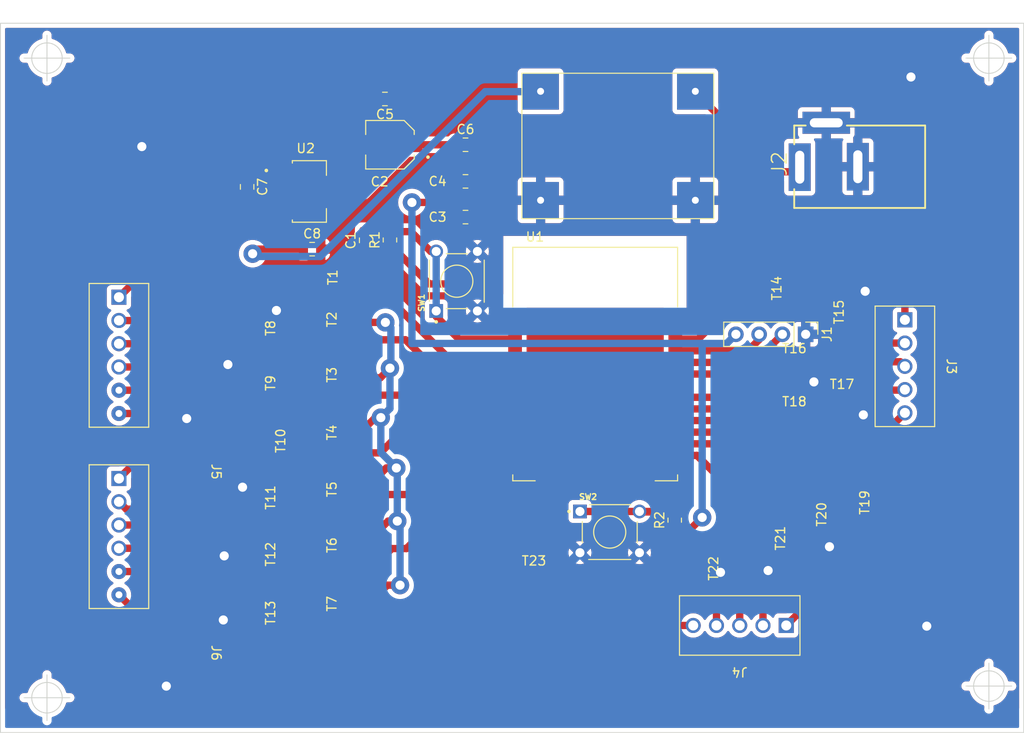
<source format=kicad_pcb>
(kicad_pcb (version 20211014) (generator pcbnew)
  (layers (0 "F.Cu" signal) (31 "B.Cu" signal) (34 "B.Paste" user) (35 "F.Paste" user) (36 "B.SilkS" user "B.Silkscreen") (37 "F.SilkS" user "F.Silkscreen") (38 "B.Mask" user) (39 "F.Mask" user) (44 "Edge.Cuts" user))
  (net 0 "")
  (net 1 "GND")
  (net 2 "r1")
  (net 3 "r2")
  (net 4 "r3")
  (net 5 "r4")
  (net 6 "r5")
  (net 7 "o1g")
  (net 8 "o1r")
  (net 9 "o2g")
  (net 10 "o2r")
  (net 11 "o3g")
  (net 12 "o3r")
  (net 13 "g1")
  (net 14 "g2")
  (net 15 "g3")
  (net 16 "g4")
  (net 17 "Net-(T1-Pad3)")
  (net 18 "Net-(T1-Pad1)")
  (net 19 "Net-(T2-Pad1)")
  (net 20 "Net-(T3-Pad1)")
  (net 21 "Net-(T10-Pad1)")
  (net 22 "Net-(T11-Pad1)")
  (net 23 "Net-(T12-Pad1)")
  (net 24 "Net-(T13-Pad1)")
  (net 25 "Net-(T14-Pad1)")
  (net 26 "Net-(T15-Pad1)")
  (net 27 "Net-(T16-Pad1)")
  (net 28 "Net-(T17-Pad1)")
  (net 29 "Net-(T18-Pad1)")
  (net 30 "Net-(T19-Pad1)")
  (net 31 "Net-(T20-Pad1)")
  (net 32 "Net-(T21-Pad1)")
  (net 33 "Net-(T22-Pad1)")
  (net 34 "Net-(T23-Pad1)")
  (net 48 "+3V3")
  (net 49 "Net-(J1-Pad2)")
  (net 50 "Net-(J1-Pad3)")
  (net 51 "Net-(C7-Pad2)")
  (net 52 "Net-(PS1-Pad1b)")
  (net 53 "o4g")
  (net 54 "o5g")
  (net 55 "o6g")
  (net 56 "o4r")
  (net 57 "o5r")
  (net 58 "o6r")
  (net 59 "g5")
  (net 60 "Net-(C1-Pad2)")
  (net 61 "Net-(R2-Pad2)")
  (footprint "libraries:CAP_EEE0JA101WR" (layer "F.Cu") (at 128.9 75.5 180)
    (fp_text reference "C2")
    (fp_text value "220u")
  )
  (footprint "libraries:SOT23" (layer "F.Cu") (at 171.8 100.3)
    (fp_text reference "T16")
    (fp_text value "r3")
  )
  (footprint "libraries:GCT_DCJ200-10-A-XX-X_REVA" (layer "F.Cu") (at 180.2 77.9 90)
    (fp_text reference "J2")
    (fp_text value "DCJ200-10-A-XX-X_REVA" hide)
  )
  (footprint "Resistor_SMD:R_0805_2012Metric" (layer "F.Cu") (at 128.9 85.9 90)
    (fp_text reference "R1")
    (fp_text value "10k")
  )
  (footprint "libraries:TE_1546215-5" (layer "F.Cu") (at 167.1 128 180)
    (fp_text reference "J4")
    (fp_text value "Groen")
  )
  (footprint "libraries:TE_1546215-5" (layer "F.Cu") (at 185.1375 99.7 -90)
    (fp_text reference "J3")
    (fp_text value "Rood")
  )
  (footprint "libraries:SOT23" (layer "F.Cu") (at 173.5 114.6 -90)
    (fp_text reference "T20")
    (fp_text value "g2")
  )
  (footprint "libraries:SOT23" (layer "F.Cu") (at 125.1 108.2 90)
    (fp_text reference "T4")
    (fp_text value "o3g")
  )
  (footprint "libraries:SOT23" (layer "F.Cu") (at 178.2 113.3 -90)
    (fp_text reference "T19")
    (fp_text value "g1")
  )
  (footprint "libraries:SW_1825910-6-4" (layer "F.Cu") (at 152.9 117.8)
    (fp_text reference "SW2")
    (fp_text value "BOOT")
  )
  (footprint "Capacitor_SMD:C_0805_2012Metric" (layer "F.Cu") (at 137.15 75.5)
    (fp_text reference "C6")
    (fp_text value "4.7u")
  )
  (footprint "libraries:SOT23" (layer "F.Cu") (at 169 117.2 -90)
    (fp_text reference "T21")
    (fp_text value "g3")
  )
  (footprint "libraries:SOT23" (layer "F.Cu") (at 119.5 109.1 90)
    (fp_text reference "T10")
    (fp_text value "o3r")
  )
  (footprint "libraries:SOT23" (layer "F.Cu") (at 168.6 89.9 -90)
    (fp_text reference "T14")
    (fp_text value "r1")
  )
  (footprint "libraries:SOT23" (layer "F.Cu") (at 125.1 95.85 90)
    (fp_text reference "T2")
    (fp_text value "o1g")
  )
  (footprint "libraries:SOT23" (layer "F.Cu") (at 118.4 96.8 90)
    (fp_text reference "T8")
    (fp_text value "o1r")
  )
  (footprint "libraries:SOT23" (layer "F.Cu") (at 125.2 91.25 90)
    (fp_text reference "T1")
    (fp_text value "signaal oranje")
  )
  (footprint "libraries:SOT23" (layer "F.Cu") (at 125.1 101.9 90)
    (fp_text reference "T3")
    (fp_text value "o2g")
  )
  (footprint "Capacitor_SMD:C_0805_2012Metric" (layer "F.Cu") (at 113.3 80.1 -90)
    (fp_text reference "C7")
    (fp_text value "0.1u")
  )
  (footprint "libraries:Buck Converter" (layer "F.Cu") (at 153.7 75.6)
    (fp_text reference "PS1" hide)
    (fp_text value "ITX0512SA" hide)
  )
  (footprint "libraries:XCVR_ESP32-WROOM-32E_(16MB)" (layer "F.Cu") (at 151.3125 99.45)
    (fp_text reference "U1")
    (fp_text value "ESP32-WROOM-32E_(16MB)")
  )
  (footprint "libraries:SOT23" (layer "F.Cu") (at 145.9 118.4 180)
    (fp_text reference "T23")
    (fp_text value "g5")
  )
  (footprint "Capacitor_SMD:C_0805_2012Metric" (layer "F.Cu") (at 137.15 83.4)
    (fp_text reference "C3")
    (fp_text value "22u")
  )
  (footprint "libraries:SOT23" (layer "F.Cu") (at 118.4 127.9 90)
    (fp_text reference "T13")
    (fp_text value "06r")
  )
  (footprint "Capacitor_SMD:C_0805_2012Metric" (layer "F.Cu") (at 126.3 85.9375 90)
    (fp_text reference "C1")
    (fp_text value "1u")
  )
  (footprint "Capacitor_SMD:C_0805_2012Metric" (layer "F.Cu") (at 137.15 79.5)
    (fp_text reference "C4")
    (fp_text value "0.1u")
  )
  (footprint "Connector_PinHeader_2.54mm:PinHeader_1x04_P2.54mm_Vertical" (layer "F.Cu") (at 174.3 96.2 -90)
    (fp_text reference "J1")
    (fp_text value "Conn_01x04_Female")
  )
  (footprint "libraries:SOT23" (layer "F.Cu") (at 125.1 114.4 90)
    (fp_text reference "T5")
    (fp_text value "o4g")
  )
  (footprint "libraries:SOT23" (layer "F.Cu") (at 175.4 92.5 -90)
    (fp_text reference "T15")
    (fp_text value "r2")
  )
  (footprint "libraries:SW_1825910-6-4" (layer "F.Cu") (at 136.2 90.4 90)
    (fp_text reference "SW1")
    (fp_text value "ENABLE")
  )
  (footprint "libraries:SOT23" (layer "F.Cu") (at 125.1 120.5 90)
    (fp_text reference "T6")
    (fp_text value "o5g")
  )
  (footprint "libraries:SOT23" (layer "F.Cu") (at 118.4 115.3 90)
    (fp_text reference "T11")
    (fp_text value "o4r")
  )
  (footprint "libraries:SOT23" (layer "F.Cu") (at 125.1 126.9 90)
    (fp_text reference "T7")
    (fp_text value "06g")
  )
  (footprint "Resistor_SMD:R_0805_2012Metric" (layer "F.Cu") (at 160 116.5 90)
    (fp_text reference "R2")
    (fp_text value "10k")
  )
  (footprint "libraries:SOT229P700X180-4N" (layer "F.Cu") (at 120.1 80.6)
    (fp_text reference "U2")
    (fp_text value "AMS1117")
  )
  (footprint "libraries:SOT23" (layer "F.Cu") (at 171.8 106.1)
    (fp_text reference "T18")
    (fp_text value "r5")
  )
  (footprint "libraries:TE_1546215-6" (layer "F.Cu") (at 99.3 118.3 -90)
    (fp_text reference "J6")
    (fp_text value "Oranje2")
  )
  (footprint "libraries:SOT23" (layer "F.Cu") (at 118.4 102.8 90)
    (fp_text reference "T9")
    (fp_text value "o2r")
  )
  (footprint "libraries:SOT23" (layer "F.Cu") (at 161.7 120.5 -90)
    (fp_text reference "T22")
    (fp_text value "g4")
  )
  (footprint "libraries:SOT23" (layer "F.Cu") (at 118.4 121.5 90)
    (fp_text reference "T12")
    (fp_text value "o5r")
  )
  (footprint "libraries:TE_1546215-6" (layer "F.Cu") (at 99.3 98.5 -90)
    (fp_text reference "J5")
    (fp_text value "Oranje1")
  )
  (footprint "Capacitor_SMD:C_0805_2012Metric" (layer "F.Cu") (at 120.4 86.9)
    (fp_text reference "C8")
    (fp_text value "4.7u")
  )
  (footprint "libraries:SOT23" (layer "F.Cu") (at 177 104.2)
    (fp_text reference "T17")
    (fp_text value "r4")
  )
  (footprint "Capacitor_SMD:C_0805_2012Metric" (layer "F.Cu") (at 128.35 70.5 180)
    (fp_text reference "C5")
    (fp_text value "0.1u")
  )
  (gr_rect (start 86.36 62.23) (end 198.12 139.7) (layer "Edge.Cuts") (width 0.1) (fill none))
  (target plus (at 91.44 135.89) (size 5) (width 0.1) (layer "Edge.Cuts"))
  (target plus (at 194.31 134.62) (size 5) (width 0.1) (layer "Edge.Cuts"))
  (target plus (at 91.44 66.04) (size 5) (width 0.1) (layer "Edge.Cuts"))
  (target plus (at 194.31 66.04) (size 5) (width 0.1) (layer "Edge.Cuts"))
  (segment (start 121.3625 86.8875) (end 121.35 86.9) (width 0.8) (layer "F.Cu") (net 1))
  (segment (start 174.3 93.45) (end 174.3 96.2) (width 0.8) (layer "F.Cu") (net 1))
  (via (at 112.8 112.9) (size 2) (drill 1) (layers "F.Cu" "B.Cu") (net 1))
  (via (at 111.2 99.5) (size 2) (drill 1) (layers "F.Cu" "B.Cu") (net 1))
  (via (at 185.8 68.1) (size 2) (drill 1) (layers "F.Cu" "B.Cu") (net 1))
  (via (at 165 122.2) (size 2) (drill 1) (layers "F.Cu" "B.Cu") (net 1))
  (via (at 110.7 127.4) (size 2) (drill 1) (layers "F.Cu" "B.Cu") (net 1))
  (via (at 180.8 91.5) (size 2) (drill 1) (layers "F.Cu" "B.Cu") (net 1))
  (via (at 106.7 105.4) (size 2) (drill 1) (layers "F.Cu" "B.Cu") (net 1))
  (via (at 110.8 120.4) (size 2) (drill 1) (layers "F.Cu" "B.Cu") (net 1))
  (via (at 101.8 75.7) (size 2) (drill 1) (layers "F.Cu" "B.Cu") (net 1))
  (via (at 104.475 134.625) (size 2) (drill 1) (layers "F.Cu" "B.Cu") (net 1))
  (via (at 175.2 101.4) (size 2) (drill 1) (layers "F.Cu" "B.Cu") (net 1))
  (via (at 180.6 105) (size 2) (drill 1) (layers "F.Cu" "B.Cu") (net 1))
  (via (at 116.5 93.6) (size 2) (drill 1) (layers "F.Cu" "B.Cu") (net 1))
  (via (at 176.9 119.4) (size 2) (drill 1) (layers "F.Cu" "B.Cu") (net 1))
  (via (at 187.525 128.075) (size 2) (drill 1) (layers "F.Cu" "B.Cu") (net 1))
  (via (at 170.2 122) (size 2) (drill 1) (layers "F.Cu" "B.Cu") (net 1))
  (segment (start 184.0975 88.5) (end 185.1375 89.54) (width 0.8) (layer "F.Cu") (net 2))
  (segment (start 171.1 88.5) (end 184.0975 88.5) (width 0.8) (layer "F.Cu") (net 2))
  (segment (start 169.7 89.9) (end 171.1 88.5) (width 0.8) (layer "F.Cu") (net 2))
  (segment (start 185.1375 94.62) (end 185.1375 89.54) (width 0.8) (layer "F.Cu") (net 2))
  (segment (start 177.6 92.5) (end 182.26 97.16) (width 0.8) (layer "F.Cu") (net 3))
  (segment (start 176.5 92.5) (end 177.6 92.5) (width 0.8) (layer "F.Cu") (net 3))
  (segment (start 182.26 97.16) (end 185.1375 97.16) (width 0.8) (layer "F.Cu") (net 3))
  (segment (start 184.6375 99.2) (end 185.1375 99.7) (width 0.8) (layer "F.Cu") (net 4))
  (segment (start 171.8 99.2) (end 184.6375 99.2) (width 0.8) (layer "F.Cu") (net 4))
  (segment (start 185.0775 102.3) (end 185.1375 102.24) (width 0.8) (layer "F.Cu") (net 5))
  (segment (start 177.8 102.3) (end 185.0775 102.3) (width 0.8) (layer "F.Cu") (net 5))
  (segment (start 177 103.1) (end 177.8 102.3) (width 0.8) (layer "F.Cu") (net 5))
  (segment (start 171.9 104.9) (end 172.8 104.9) (width 0.8) (layer "F.Cu") (net 6))
  (segment (start 182.0175 107.9) (end 185.1375 104.78) (width 0.8) (layer "F.Cu") (net 6))
  (segment (start 175.8 107.9) (end 182.0175 107.9) (width 0.8) (layer "F.Cu") (net 6))
  (segment (start 171.8 105) (end 171.9 104.9) (width 0.8) (layer "F.Cu") (net 6))
  (segment (start 172.8 104.9) (end 175.8 107.9) (width 0.8) (layer "F.Cu") (net 6))
  (segment (start 122.65 95.85) (end 117.800481 91.000481) (width 0.8) (layer "F.Cu") (net 7))
  (segment (start 117.800481 91.000481) (end 100.449519 91.000481) (width 0.8) (layer "F.Cu") (net 7))
  (segment (start 124 95.85) (end 122.65 95.85) (width 0.8) (layer "F.Cu") (net 7))
  (segment (start 100.449519 91.000481) (end 99.3 92.15) (width 0.8) (layer "F.Cu") (net 7))
  (segment (start 99.31 94.7) (end 99.3 94.69) (width 0.8) (layer "F.Cu") (net 8))
  (segment (start 116.4 96.8) (end 114.3 94.7) (width 0.8) (layer "F.Cu") (net 8))
  (segment (start 114.3 94.7) (end 99.31 94.7) (width 0.8) (layer "F.Cu") (net 8))
  (segment (start 117.3 96.8) (end 116.4 96.8) (width 0.8) (layer "F.Cu") (net 8))
  (segment (start 115.6 99.3) (end 113.53 97.23) (width 0.8) (layer "F.Cu") (net 9))
  (segment (start 124 101.9) (end 121.4 99.3) (width 0.8) (layer "F.Cu") (net 9))
  (segment (start 113.53 97.23) (end 99.3 97.23) (width 0.8) (layer "F.Cu") (net 9))
  (segment (start 121.4 99.3) (end 115.6 99.3) (width 0.8) (layer "F.Cu") (net 9))
  (segment (start 107.67 99.77) (end 99.3 99.77) (width 0.8) (layer "F.Cu") (net 10))
  (segment (start 117.3 102.8) (end 117.1 103) (width 0.8) (layer "F.Cu") (net 10))
  (segment (start 116.3 101.8) (end 109.7 101.8) (width 0.8) (layer "F.Cu") (net 10))
  (segment (start 117.3 102.8) (end 116.3 101.8) (width 0.8) (layer "F.Cu") (net 10))
  (segment (start 109.7 101.8) (end 107.67 99.77) (width 0.8) (layer "F.Cu") (net 10))
  (segment (start 107.01 102.31) (end 99.3 102.31) (width 0.8) (layer "F.Cu") (net 11))
  (segment (start 121.7 105.9) (end 110.6 105.9) (width 0.8) (layer "F.Cu") (net 11))
  (segment (start 110.6 105.9) (end 107.01 102.31) (width 0.8) (layer "F.Cu") (net 11))
  (segment (start 124 108.2) (end 121.7 105.9) (width 0.8) (layer "F.Cu") (net 11))
  (segment (start 106.4 108.6) (end 102.65 104.85) (width 0.8) (layer "F.Cu") (net 12))
  (segment (start 117.9 108.6) (end 106.4 108.6) (width 0.8) (layer "F.Cu") (net 12))
  (segment (start 102.65 104.85) (end 99.3 104.85) (width 0.8) (layer "F.Cu") (net 12))
  (segment (start 118.4 109.1) (end 117.9 108.6) (width 0.8) (layer "F.Cu") (net 12))
  (segment (start 179.3 120.88) (end 172.18 128) (width 0.8) (layer "F.Cu") (net 13))
  (segment (start 179.3 113.3) (end 179.3 120.88) (width 0.8) (layer "F.Cu") (net 13))
  (segment (start 169.64 125.76) (end 169.64 128) (width 0.8) (layer "F.Cu") (net 14))
  (segment (start 174.6 114.6) (end 174.6 120.8) (width 0.8) (layer "F.Cu") (net 14))
  (segment (start 174.6 120.8) (end 169.64 125.76) (width 0.8) (layer "F.Cu") (net 14))
  (segment (start 170.1 117.2) (end 170.1 118.7) (width 0.8) (layer "F.Cu") (net 15))
  (segment (start 167.1 121.7) (end 167.1 128) (width 0.8) (layer "F.Cu") (net 15))
  (segment (start 170.1 118.7) (end 167.1 121.7) (width 0.8) (layer "F.Cu") (net 15))
  (segment (start 162.8 123.5) (end 164.56 125.26) (width 0.8) (layer "F.Cu") (net 16))
  (segment (start 162.8 120.5) (end 162.8 123.5) (width 0.8) (layer "F.Cu") (net 16))
  (segment (start 164.56 125.26) (end 164.56 128) (width 0.8) (layer "F.Cu") (net 16))
  (segment (start 128.5 110.8) (end 129.6 110.8) (width 0.8) (layer "F.Cu") (net 17))
  (segment (start 124.1 92.8) (end 126.2 94.9) (width 0.8) (layer "F.Cu") (net 17))
  (segment (start 128.4 94.9) (end 126.2 94.9) (width 0.8) (layer "F.Cu") (net 17))
  (segment (start 126.2 113.45) (end 126.2 113.1) (width 0.8) (layer "F.Cu") (net 17))
  (segment (start 126.2 113.1) (end 128.5 110.8) (width 0.8) (layer "F.Cu") (net 17))
  (segment (start 124.1 91.25) (end 124.1 92.8) (width 0.8) (layer "F.Cu") (net 17))
  (segment (start 127.85 100.95) (end 128.9 99.9) (width 0.8) (layer "F.Cu") (net 17))
  (segment (start 126.2 119.1) (end 128.7 116.6) (width 0.8) (layer "F.Cu") (net 17))
  (segment (start 127.3 105.3) (end 126.2 106.4) (width 0.8) (layer "F.Cu") (net 17))
  (segment (start 127.9 105.3) (end 127.3 105.3) (width 0.8) (layer "F.Cu") (net 17))
  (segment (start 128.6 123.6) (end 130 123.6) (width 0.8) (layer "F.Cu") (net 17))
  (segment (start 126.2 119.55) (end 126.2 119.1) (width 0.8) (layer "F.Cu") (net 17))
  (segment (start 128.7 116.6) (end 129.7 116.6) (width 0.8) (layer "F.Cu") (net 17))
  (segment (start 126.25 125.95) (end 128.6 123.6) (width 0.8) (layer "F.Cu") (net 17))
  (segment (start 126.2 106.4) (end 126.2 107.25) (width 0.8) (layer "F.Cu") (net 17))
  (segment (start 126.2 100.95) (end 127.85 100.95) (width 0.8) (layer "F.Cu") (net 17))
  (segment (start 126.2 125.95) (end 126.25 125.95) (width 0.8) (layer "F.Cu") (net 17))
  (via (at 130 123.6) (size 2) (drill 1) (layers "F.Cu" "B.Cu") (net 17))
  (via (at 128.4 94.9) (size 2) (drill 1) (layers "F.Cu" "B.Cu") (net 17))
  (via (at 127.9 105.3) (size 2) (drill 1) (layers "F.Cu" "B.Cu") (net 17))
  (via (at 129.6 110.8) (size 2) (drill 1) (layers "F.Cu" "B.Cu") (net 17))
  (via (at 129.7 116.6) (size 2) (drill 1) (layers "F.Cu" "B.Cu") (net 17))
  (via (at 128.9 99.9) (size 2) (drill 1) (layers "F.Cu" "B.Cu") (net 17))
  (segment (start 129.7 110.9) (end 129.6 110.8) (width 0.8) (layer "B.Cu") (net 17))
  (segment (start 129 99.8) (end 128.9 99.9) (width 0.8) (layer "B.Cu") (net 17))
  (segment (start 128.4 94.9) (end 129 95.5) (width 0.8) (layer "B.Cu") (net 17))
  (segment (start 130 116.9) (end 129.7 116.6) (width 0.8) (layer "B.Cu") (net 17))
  (segment (start 129 95.5) (end 129 99.8) (width 0.8) (layer "B.Cu") (net 17))
  (segment (start 129.7 116.6) (end 129.7 110.9) (width 0.8) (layer "B.Cu") (net 17))
  (segment (start 128.9 99.9) (end 128.9 104.3) (width 0.8) (layer "B.Cu") (net 17))
  (segment (start 128.9 104.3) (end 127.9 105.3) (width 0.8) (layer "B.Cu") (net 17))
  (segment (start 127.9 109.1) (end 129.6 110.8) (width 0.8) (layer "B.Cu") (net 17))
  (segment (start 127.9 105.3) (end 127.9 109.1) (width 0.8) (layer "B.Cu") (net 17))
  (segment (start 130 123.6) (end 130 116.9) (width 0.8) (layer "B.Cu") (net 17))
  (segment (start 139.58 103.08) (end 142.5625 103.08) (width 0.8) (layer "F.Cu") (net 18))
  (segment (start 126.3 92.2) (end 128.7 92.2) (width 0.8) (layer "F.Cu") (net 18))
  (segment (start 128.7 92.2) (end 139.58 103.08) (width 0.8) (layer "F.Cu") (net 18))
  (segment (start 126.2 96.8) (end 130.6 96.8) (width 0.8) (layer "F.Cu") (net 19))
  (segment (start 119.5 97.75) (end 125.25 97.75) (width 0.8) (layer "F.Cu") (net 19))
  (segment (start 125.25 97.75) (end 126.2 96.8) (width 0.8) (layer "F.Cu") (net 19))
  (segment (start 130.6 96.8) (end 138.15 104.35) (width 0.8) (layer "F.Cu") (net 19))
  (segment (start 138.15 104.35) (end 142.5625 104.35) (width 0.8) (layer "F.Cu") (net 19))
  (segment (start 132.65 102.85) (end 135.42 105.62) (width 0.8) (layer "F.Cu") (net 20))
  (segment (start 125.3 103.75) (end 126.2 102.85) (width 0.8) (layer "F.Cu") (net 20))
  (segment (start 119.5 103.75) (end 125.3 103.75) (width 0.8) (layer "F.Cu") (net 20))
  (segment (start 126.2 102.85) (end 132.65 102.85) (width 0.8) (layer "F.Cu") (net 20))
  (segment (start 135.42 105.62) (end 142.5625 105.62) (width 0.8) (layer "F.Cu") (net 20))
  (segment (start 130.11 106.89) (end 142.5625 106.89) (width 0.8) (layer "F.Cu") (net 21))
  (segment (start 127.85 109.15) (end 130.11 106.89) (width 0.8) (layer "F.Cu") (net 21))
  (segment (start 126.2 109.15) (end 125.3 110.05) (width 0.8) (layer "F.Cu") (net 21))
  (segment (start 125.3 110.05) (end 120.6 110.05) (width 0.8) (layer "F.Cu") (net 21))
  (segment (start 126.2 109.15) (end 127.85 109.15) (width 0.8) (layer "F.Cu") (net 21))
  (segment (start 128.6 113.7) (end 131.2 113.7) (width 0.8) (layer "F.Cu") (net 22))
  (segment (start 136.74 108.16) (end 142.5625 108.16) (width 0.8) (layer "F.Cu") (net 22))
  (segment (start 125.3 116.25) (end 126.2 115.35) (width 0.8) (layer "F.Cu") (net 22))
  (segment (start 119.5 116.25) (end 125.3 116.25) (width 0.8) (layer "F.Cu") (net 22))
  (segment (start 131.2 113.7) (end 136.74 108.16) (width 0.8) (layer "F.Cu") (net 22))
  (segment (start 126.2 115.35) (end 126.95 115.35) (width 0.8) (layer "F.Cu") (net 22))
  (segment (start 126.95 115.35) (end 128.6 113.7) (width 0.8) (layer "F.Cu") (net 22))
  (segment (start 130.7 119.6) (end 140.87 109.43) (width 0.8) (layer "F.Cu") (net 23))
  (segment (start 127.25 121.45) (end 129.1 119.6) (width 0.8) (layer "F.Cu") (net 23))
  (segment (start 119.5 122.45) (end 125.2 122.45) (width 0.8) (layer "F.Cu") (net 23))
  (segment (start 129.1 119.6) (end 130.7 119.6) (width 0.8) (layer "F.Cu") (net 23))
  (segment (start 140.87 109.43) (end 142.5625 109.43) (width 0.8) (layer "F.Cu") (net 23))
  (segment (start 125.2 122.45) (end 126.2 121.45) (width 0.8) (layer "F.Cu") (net 23))
  (segment (start 126.2 121.45) (end 127.25 121.45) (width 0.8) (layer "F.Cu") (net 23))
  (segment (start 140 117.6) (end 140 113.2625) (width 0.8) (layer "F.Cu") (net 24))
  (segment (start 129.75 127.85) (end 140 117.6) (width 0.8) (layer "F.Cu") (net 24))
  (segment (start 119.5 128.85) (end 125.2 128.85) (width 0.8) (layer "F.Cu") (net 24))
  (segment (start 125.2 128.85) (end 126.2 127.85) (width 0.8) (layer "F.Cu") (net 24))
  (segment (start 126.2 127.85) (end 129.75 127.85) (width 0.8) (layer "F.Cu") (net 24))
  (segment (start 140 113.2625) (end 142.5625 110.7) (width 0.8) (layer "F.Cu") (net 24))
  (segment (start 163.8 92.851522) (end 163.8 89.5) (width 0.8) (layer "F.Cu") (net 25))
  (segment (start 160.0625 95.46) (end 161.191522 95.46) (width 0.8) (layer "F.Cu") (net 25))
  (segment (start 163.8 89.5) (end 164.35 88.95) (width 0.8) (layer "F.Cu") (net 25))
  (segment (start 161.191522 95.46) (end 163.8 92.851522) (width 0.8) (layer "F.Cu") (net 25))
  (segment (start 164.35 88.95) (end 167.5 88.95) (width 0.8) (layer "F.Cu") (net 25))
  (segment (start 165.6 93.7) (end 162.57 96.73) (width 0.8) (layer "F.Cu") (net 26))
  (segment (start 173.35 91.55) (end 171.2 93.7) (width 0.8) (layer "F.Cu") (net 26))
  (segment (start 174.3 91.55) (end 173.35 91.55) (width 0.8) (layer "F.Cu") (net 26))
  (segment (start 162.57 96.73) (end 160.0625 96.73) (width 0.8) (layer "F.Cu") (net 26))
  (segment (start 171.2 93.7) (end 165.6 93.7) (width 0.8) (layer "F.Cu") (net 26))
  (segment (start 169.99 100.54) (end 170.85 101.4) (width 0.8) (layer "F.Cu") (net 27))
  (segment (start 160.0625 100.54) (end 169.99 100.54) (width 0.8) (layer "F.Cu") (net 27))
  (segment (start 176.05 105.3) (end 174.25 103.5) (width 0.8) (layer "F.Cu") (net 28))
  (segment (start 174.25 103.5) (end 170.1 103.5) (width 0.8) (layer "F.Cu") (net 28))
  (segment (start 170.1 103.5) (end 169.68 103.08) (width 0.8) (layer "F.Cu") (net 28))
  (segment (start 169.68 103.08) (end 160.0625 103.08) (width 0.8) (layer "F.Cu") (net 28))
  (segment (start 169.8 107.2) (end 170.85 107.2) (width 0.8) (layer "F.Cu") (net 29))
  (segment (start 160.0625 104.35) (end 166.95 104.35) (width 0.8) (layer "F.Cu") (net 29))
  (segment (start 166.95 104.35) (end 169.8 107.2) (width 0.8) (layer "F.Cu") (net 29))
  (segment (start 172.4 109.5) (end 175.25 112.35) (width 0.8) (layer "F.Cu") (net 30))
  (segment (start 175.25 112.35) (end 177.1 112.35) (width 0.8) (layer "F.Cu") (net 30))
  (segment (start 160.0625 105.62) (end 165.82 105.62) (width 0.8) (layer "F.Cu") (net 30))
  (segment (start 169.7 109.5) (end 172.4 109.5) (width 0.8) (layer "F.Cu") (net 30))
  (segment (start 165.82 105.62) (end 169.7 109.5) (width 0.8) (layer "F.Cu") (net 30))
  (segment (start 160.0625 106.89) (end 164.99 106.89) (width 0.8) (layer "F.Cu") (net 31))
  (segment (start 164.99 106.89) (end 171.75 113.65) (width 0.8) (layer "F.Cu") (net 31))
  (segment (start 171.75 113.65) (end 172.4 113.65) (width 0.8) (layer "F.Cu") (net 31))
  (segment (start 164.06 108.16) (end 167.9 112) (width 0.8) (layer "F.Cu") (net 32))
  (segment (start 160.0625 108.16) (end 164.06 108.16) (width 0.8) (layer "F.Cu") (net 32))
  (segment (start 167.9 112) (end 167.9 116.25) (width 0.8) (layer "F.Cu") (net 32))
  (segment (start 161.25 118.9) (end 160.6 119.55) (width 0.8) (layer "F.Cu") (net 33))
  (segment (start 165.2 117.7) (end 164 118.9) (width 0.8) (layer "F.Cu") (net 33))
  (segment (start 164 118.9) (end 161.25 118.9) (width 0.8) (layer "F.Cu") (net 33))
  (segment (start 162.43 109.43) (end 165.2 112.2) (width 0.8) (layer "F.Cu") (net 33))
  (segment (start 160.0625 109.43) (end 162.43 109.43) (width 0.8) (layer "F.Cu") (net 33))
  (segment (start 165.2 112.2) (end 165.2 117.7) (width 0.8) (layer "F.Cu") (net 33))
  (segment (start 146.85 117.3) (end 146.85 111.9675) (width 0.8) (layer "F.Cu") (net 34))
  (segment (start 146.85 111.9675) (end 146.8675 111.95) (width 0.8) (layer "F.Cu") (net 34))
  (segment (start 140.5 95.3) (end 140.66 95.46) (width 0.8) (layer "F.Cu") (net 48))
  (segment (start 161.7875 117.4125) (end 163 116.2) (width 0.8) (layer "F.Cu") (net 48))
  (segment (start 136.2 81.8) (end 136.2 83.4) (width 0.8) (layer "F.Cu") (net 48))
  (segment (start 131 72.2) (end 131 75.45) (width 0.8) (layer "F.Cu") (net 48))
  (segment (start 160 117.4125) (end 161.7875 117.4125) (width 0.8) (layer "F.Cu") (net 48))
  (segment (start 131.3 81.8) (end 136.2 81.8) (width 0.8) (layer "F.Cu") (net 48))
  (segment (start 116.755 80.6) (end 123.445 80.6) (width 0.8) (layer "F.Cu") (net 48))
  (segment (start 136.2 83.4) (end 136.2 90.7) (width 0.8) (layer "F.Cu") (net 48))
  (segment (start 131.05 75.5) (end 136.2 75.5) (width 0.8) (layer "F.Cu") (net 48))
  (segment (start 129.3 70.5) (end 131 72.2) (width 0.8) (layer "F.Cu") (net 48))
  (segment (start 133.2 90.7) (end 136.2 90.7) (width 0.8) (layer "F.Cu") (net 48))
  (segment (start 136.2 79.5) (end 136.2 81.8) (width 0.8) (layer "F.Cu") (net 48))
  (segment (start 140.5 92.6) (end 140.5 95.3) (width 0.8) (layer "F.Cu") (net 48))
  (segment (start 138.6 90.7) (end 140.5 92.6) (width 0.8) (layer "F.Cu") (net 48))
  (segment (start 140.66 95.46) (end 142.5625 95.46) (width 0.8) (layer "F.Cu") (net 48))
  (segment (start 123.445 80.6) (end 125.95 80.6) (width 0.8) (layer "F.Cu") (net 48))
  (segment (start 136.2 75.5) (end 136.2 79.5) (width 0.8) (layer "F.Cu") (net 48))
  (segment (start 128.9 86.8125) (end 129.3125 86.8125) (width 0.8) (layer "F.Cu") (net 48))
  (segment (start 125.95 80.6) (end 131.05 75.5) (width 0.8) (layer "F.Cu") (net 48))
  (segment (start 131 75.45) (end 131.05 75.5) (width 0.8) (layer "F.Cu") (net 48))
  (segment (start 129.3125 86.8125) (end 133.2 90.7) (width 0.8) (layer "F.Cu") (net 48))
  (segment (start 136.2 90.7) (end 138.6 90.7) (width 0.8) (layer "F.Cu") (net 48))
  (via (at 131.3 81.8) (size 2) (drill 1) (layers "F.Cu" "B.Cu") (net 48))
  (via (at 163 116.2) (size 2) (drill 1) (layers "F.Cu" "B.Cu") (net 48))
  (segment (start 165.68 97.2) (end 166.68 96.2) (width 0.8) (layer "B.Cu") (net 48))
  (segment (start 131.3 81.8) (end 131.3 97.2) (width 0.8) (layer "B.Cu") (net 48))
  (segment (start 163 116.2) (end 163 97.2) (width 0.8) (layer "B.Cu") (net 48))
  (segment (start 163 97.2) (end 165.68 97.2) (width 0.8) (layer "B.Cu") (net 48))
  (segment (start 131.3 97.2) (end 163 97.2) (width 0.8) (layer "B.Cu") (net 48))
  (segment (start 171.76 96.2) (end 168.69 99.27) (width 0.8) (layer "F.Cu") (net 49))
  (segment (start 168.69 99.27) (end 160.0625 99.27) (width 0.8) (layer "F.Cu") (net 49))
  (segment (start 169.22 96.2) (end 169.22 96.78) (width 0.8) (layer "F.Cu") (net 50))
  (segment (start 168 98) (end 160.0625 98) (width 0.8) (layer "F.Cu") (net 50))
  (segment (start 169.22 96.78) (end 168 98) (width 0.8) (layer "F.Cu") (net 50))
  (segment (start 116.755 82.89) (end 115.14 82.89) (width 0.8) (layer "F.Cu") (net 51))
  (segment (start 115.14 82.89) (end 113.3 81.05) (width 0.8) (layer "F.Cu") (net 51))
  (segment (start 114.4 86.9) (end 119.45 86.9) (width 0.8) (layer "F.Cu") (net 51))
  (segment (start 113.9 87.4) (end 114.4 86.9) (width 0.8) (layer "F.Cu") (net 51))
  (segment (start 116.755 82.89) (end 116.755 84.205) (width 0.8) (layer "F.Cu") (net 51))
  (segment (start 116.755 84.205) (end 119.45 86.9) (width 0.8) (layer "F.Cu") (net 51))
  (via (at 113.9 87.4) (size 2) (drill 1) (layers "F.Cu" "B.Cu") (net 51))
  (segment (start 121.3 87.7) (end 139.3 69.7) (width 0.8) (layer "B.Cu") (net 51))
  (segment (start 139.3 69.7) (end 145.315 69.7) (width 0.8) (layer "B.Cu") (net 51))
  (segment (start 114.2 87.7) (end 121.3 87.7) (width 0.8) (layer "B.Cu") (net 51))
  (segment (start 113.9 87.4) (end 114.2 87.7) (width 0.8) (layer "B.Cu") (net 51))
  (segment (start 145.315 69.7) (end 145.351 69.664) (width 0.8) (layer "B.Cu") (net 51))
  (segment (start 170.95 78.45) (end 173.15 78.45) (width 0.8) (layer "F.Cu") (net 52))
  (segment (start 162.251 69.751) (end 170.95 78.45) (width 0.8) (layer "F.Cu") (net 52))
  (segment (start 173.15 78.45) (end 173.65 77.95) (width 0.8) (layer "F.Cu") (net 52))
  (segment (start 162.251 69.664) (end 162.251 69.751) (width 0.8) (layer "F.Cu") (net 52))
  (segment (start 100.55 110.7) (end 99.3 111.95) (width 0.8) (layer "F.Cu") (net 53))
  (segment (start 115.7 110.7) (end 100.55 110.7) (width 0.8) (layer "F.Cu") (net 53))
  (segment (start 117 112) (end 115.7 110.7) (width 0.8) (layer "F.Cu") (net 53))
  (segment (start 122.2 112) (end 117 112) (width 0.8) (layer "F.Cu") (net 53))
  (segment (start 124 114.4) (end 124 113.8) (width 0.8) (layer "F.Cu") (net 53))
  (segment (start 124 113.8) (end 122.2 112) (width 0.8) (layer "F.Cu") (net 53))
  (segment (start 104.83 117.03) (end 99.3 117.03) (width 0.8) (layer "F.Cu") (net 54))
  (segment (start 121.7 118.2) (end 106 118.2) (width 0.8) (layer "F.Cu") (net 54))
  (segment (start 106 118.2) (end 104.83 117.03) (width 0.8) (layer "F.Cu") (net 54))
  (segment (start 124 120.5) (end 121.7 118.2) (width 0.8) (layer "F.Cu") (net 54))
  (segment (start 121.6 124.5) (end 105 124.5) (width 0.8) (layer "F.Cu") (net 55))
  (segment (start 124 126.9) (end 121.6 124.5) (width 0.8) (layer "F.Cu") (net 55))
  (segment (start 105 124.5) (end 102.61 122.11) (width 0.8) (layer "F.Cu") (net 55))
  (segment (start 102.61 122.11) (end 99.3 122.11) (width 0.8) (layer "F.Cu") (net 55))
  (segment (start 117.3 115.3) (end 100.11 115.3) (width 0.8) (layer "F.Cu") (net 56))
  (segment (start 100.11 115.3) (end 99.3 114.49) (width 0.8) (layer "F.Cu") (net 56))
  (segment (start 106.8 122.8) (end 103.57 119.57) (width 0.8) (layer "F.Cu") (net 57))
  (segment (start 117.3 121.5) (end 116 122.8) (width 0.8) (layer "F.Cu") (net 57))
  (segment (start 116 122.8) (end 106.8 122.8) (width 0.8) (layer "F.Cu") (net 57))
  (segment (start 103.57 119.57) (end 99.3 119.57) (width 0.8) (layer "F.Cu") (net 57))
  (segment (start 117.3 127.9) (end 115.2 130) (width 0.8) (layer "F.Cu") (net 58))
  (segment (start 115.2 130) (end 104.65 130) (width 0.8) (layer "F.Cu") (net 58))
  (segment (start 104.65 130) (end 99.3 124.65) (width 0.8) (layer "F.Cu") (net 58))
  (segment (start 145.9 119.5) (end 154.4 128) (width 0.8) (layer "F.Cu") (net 59))
  (segment (start 154.4 128) (end 162.02 128) (width 0.8) (layer "F.Cu") (net 59))
  (segment (start 133.95 87.15) (end 133.35 87.15) (width 0.8) (layer "F.Cu") (net 60))
  (segment (start 136.43 96.73) (end 133.95 94.25) (width 0.8) (layer "F.Cu") (net 60))
  (segment (start 142.5625 96.73) (end 136.43 96.73) (width 0.8) (layer "F.Cu") (net 60))
  (segment (start 133.35 87.15) (end 131.1875 84.9875) (width 0.8) (layer "F.Cu") (net 60))
  (segment (start 131.1875 84.9875) (end 128.9 84.9875) (width 0.8) (layer "F.Cu") (net 60))
  (segment (start 133.95 94.25) (end 133.95 93.65) (width 0.8) (layer "F.Cu") (net 60))
  (segment (start 126.3 84.9875) (end 128.9 84.9875) (width 0.8) (layer "F.Cu") (net 60))
  (segment (start 133.95 87.15) (end 133.95 93.65) (width 0.8) (layer "B.Cu") (net 60))
  (segment (start 160.0375 115.55) (end 156.15 115.55) (width 0.8) (layer "F.Cu") (net 61))
  (segment (start 159.9875 115.6) (end 156.2 115.6) (width 0.8) (layer "F.Cu") (net 61))
  (segment (start 160.0625 115.525) (end 160.0375 115.55) (width 0.8) (layer "F.Cu") (net 61))
  (segment (start 149.65 115.55) (end 156.15 115.55) (width 0.8) (layer "F.Cu") (net 61))
  (segment (start 156.2 115.6) (end 156.15 115.55) (width 0.8) (layer "F.Cu") (net 61))
  (segment (start 160.0625 110.7) (end 160.0625 115.525) (width 0.8) (layer "F.Cu") (net 61))
  (segment (start 160 115.5875) (end 159.9875 115.6) (width 0.8) (layer "F.Cu") (net 61))
  (zone (net 1) (net_name "GND") (layer "F.Cu") (connect_pads (clearance 0.508)) (min_thickness 0.254) (fill yes (thermal_gap 0.508) (thermal_bridge_width 1))
    (polygon (pts (xy 198.12 137.16) (xy 86.36 137.16) (xy 86.36 59.69) (xy 198.12 59.69)))
    (polygon (pts (xy 141.27 85.45) (xy 141.27 93.31) (xy 161.29 93.31) (xy 161.29 85.45)))
  )
  (zone (net 1) (net_name "GND") (layer "B.Cu") (connect_pads (clearance 0.508)) (min_thickness 0.254) (fill yes (thermal_gap 0.508) (thermal_bridge_width 1))
    (polygon (pts (xy 198.12 139.7) (xy 86.36 139.7) (xy 86.36 62.23) (xy 198.12 62.23)))
    (polygon (pts (xy 141.275 85.45) (xy 141.275 93.3) (xy 161.3 93.3) (xy 161.3 85.45)))
  )
)
</source>
